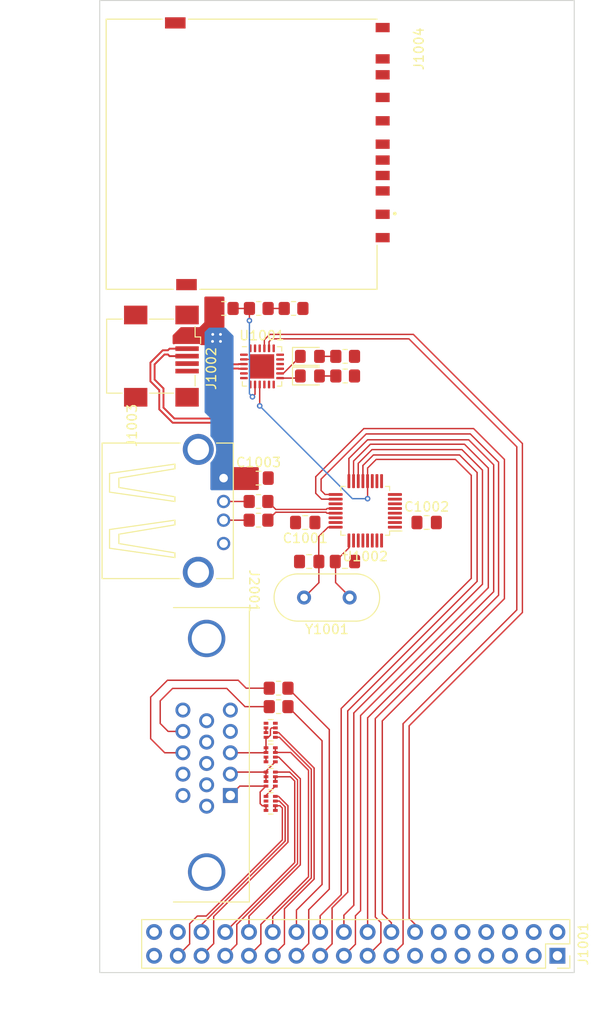
<source format=kicad_pcb>
(kicad_pcb (version 20211014) (generator pcbnew)
  (layers (0 "F.Cu" signal) (31 "B.Cu" signal) (34 "B.Paste" user) (35 "F.Paste" user) (36 "B.SilkS" user "B.Silkscreen") (37 "F.SilkS" user "F.Silkscreen") (38 "B.Mask" user) (39 "F.Mask" user) (44 "Edge.Cuts" user))
  (net 0 "")
  (net 1 "GND")
  (net 6 "/SPI_MOSI")
  (net 7 "+3V3")
  (net 8 "/SPI_CLK")
  (net 9 "/SPI_MISO")
  (net 10 "/video/VGA_RED")
  (net 11 "/video/VGA_GREEN")
  (net 12 "/video/VGA_BLUE")
  (net 17 "Net-(J2001-Pad13)")
  (net 18 "Net-(J2001-Pad14)")
  (net 20 "+5V")
  (net 21 "Net-(C1004-Pad1)")
  (net 22 "Net-(C1005-Pad1)")
  (net 25 "Net-(D1001-Pad2)")
  (net 26 "Net-(D1002-Pad2)")
  (net 34 "/SPI_USB_CS")
  (net 44 "Net-(J1003-Pad2)")
  (net 45 "Net-(J1003-Pad3)")
  (net 46 "/SD_D2")
  (net 47 "/SD_D3")
  (net 48 "/SD_CMD")
  (net 49 "/SD_CLK")
  (net 50 "/SD_D0")
  (net 51 "/SD_D1")
  (net 53 "Net-(R1001-Pad2)")
  (net 54 "Net-(R1002-Pad2)")
  (net 55 "/~{RESET}")
  (net 56 "/USB_GPX")
  (net 57 "/USB_INT")
  (net 72 "/UART_TX")
  (net 73 "/UART_RX")
  (net 74 "Net-(RN2001-Pad5)")
  (net 75 "Net-(RN2003-Pad7)")
  (net 76 "Net-(RN2004-Pad6)")
  (net 77 "/USBB_DN")
  (net 78 "/USBB_DP")
  (net 87 "Net-(R1006-Pad1)")
  (net 88 "Net-(R1007-Pad2)")
  (net 89 "/TX_LED")
  (net 90 "/RX_LED")
  (net 91 "/VGA_HS")
  (net 92 "/VGA_BLUE_0")
  (net 93 "/VGA_VS")
  (net 94 "/VGA_BLUE_1")
  (net 95 "/VGA_BLUE_2")
  (net 96 "/VGA_GREEN_0")
  (net 97 "/VGA_GREEN_1")
  (net 98 "/VGA_GREEN_2")
  (net 99 "/VGA_RED_0")
  (net 100 "/VGA_RED_1")
  (net 101 "/VGA_RED_2")
  (footprint "Resistor_SMD:R_0805_2012Metric_Pad1.20x1.40mm_HandSolder" (layer "F.Cu") (at 180.15 121.075 180)
    (fp_text reference "R2001" hide)
    (fp_text value "120")
  )
  (footprint "Resistor_SMD:R_Array_Concave_4x0402" (layer "F.Cu") (at 179.3 128.2 180)
    (fp_text reference "RN2003" hide)
    (fp_text value "1k")
  )
  (footprint "Crystal:Crystal_HC49-U_Vertical" (layer "F.Cu") (at 182.875 111.375)
    (fp_text reference "Y1001")
    (fp_text value "12MHz")
  )
  (footprint "Capacitor_SMD:C_0805_2012Metric_Pad1.18x1.45mm_HandSolder" (layer "F.Cu") (at 183.425 107.525 180)
    (fp_text reference "C1004" hide)
    (fp_text value "C")
  )
  (footprint "Connector_Dsub:ICD15S13E4GX00LF" (layer "F.Cu") (at 172.4455 115.754 -90)
    (fp_text reference "J2001")
    (fp_text value "VGA")
  )
  (footprint "Resistor_SMD:R_0805_2012Metric_Pad1.20x1.40mm_HandSolder" (layer "F.Cu") (at 187.275 87.675 180)
    (fp_text reference "R1005" hide)
    (fp_text value "1k")
  )
  (footprint "Resistor_SMD:R_0805_2012Metric_Pad1.20x1.40mm_HandSolder" (layer "F.Cu") (at 181.75 80.45)
    (fp_text reference "R1003" hide)
    (fp_text value "10k")
  )
  (footprint "Package_DFN_QFN:QFN-24-1EP_4x4mm_P0.5mm_EP2.6x2.6mm" (layer "F.Cu") (at 178.375 86.65)
    (fp_text reference "U1001")
    (fp_text value "CP2102N-Axx-xQFN24")
  )
  (footprint "Resistor_SMD:R_0805_2012Metric_Pad1.20x1.40mm_HandSolder" (layer "F.Cu") (at 180.15 123.05 180)
    (fp_text reference "R2002" hide)
    (fp_text value "120")
  )
  (footprint "Connector_USB:USB_Mini-B_Wuerth_65100516121_Horizontal" (layer "F.Cu") (at 167.75 85.55 -90)
    (fp_text reference "J1002")
    (fp_text value "USB_B_Mini")
  )
  (footprint "Resistor_SMD:R_Array_Concave_4x0402" (layer "F.Cu") (at 179.3 133.4 180)
    (fp_text reference "RN2001" hide)
    (fp_text value "1k")
  )
  (footprint "Resistor_SMD:R_0805_2012Metric_Pad1.20x1.40mm_HandSolder" (layer "F.Cu") (at 178.025 80.45)
    (fp_text reference "R1002" hide)
    (fp_text value "10k")
  )
  (footprint "Capacitor_SMD:C_0805_2012Metric_Pad1.18x1.45mm_HandSolder" (layer "F.Cu") (at 187.25 107.525)
    (fp_text reference "C1005" hide)
    (fp_text value "C")
  )
  (footprint "LED_SMD:LED_0805_2012Metric_Pad1.15x1.40mm_HandSolder" (layer "F.Cu") (at 183.5 85.575)
    (fp_text reference "D1001" hide)
    (fp_text value "RED")
  )
  (footprint "Resistor_SMD:R_Array_Concave_4x0402" (layer "F.Cu") (at 179.3 130.8 180)
    (fp_text reference "RN2002" hide)
    (fp_text value "1k")
  )
  (footprint "Resistor_SMD:R_0805_2012Metric_Pad1.20x1.40mm_HandSolder" (layer "F.Cu") (at 178 101.1 180)
    (fp_text reference "R1006" hide)
    (fp_text value "33")
  )
  (footprint "Resistor_SMD:R_Array_Concave_4x0402" (layer "F.Cu") (at 179.3 125.575 180)
    (fp_text reference "RN2004" hide)
    (fp_text value "1k")
  )
  (footprint "Capacitor_SMD:C_0805_2012Metric_Pad1.18x1.45mm_HandSolder" (layer "F.Cu") (at 196 103.35)
    (fp_text reference "C1002")
    (fp_text value "0.1u")
  )
  (footprint "Connector_Card:AMPHENOL_10067847-001RLF" (layer "F.Cu") (at 166.9875 63.5 -90)
    (fp_text reference "J1004")
    (fp_text value "10067847-001RLF")
  )
  (footprint "Connector_USB:FCI_87520-0010BLF" (layer "F.Cu") (at 171.55 102.1 -90)
    (fp_text reference "J1003")
    (fp_text value "USB_A")
  )
  (footprint "LED_SMD:LED_0805_2012Metric_Pad1.15x1.40mm_HandSolder" (layer "F.Cu") (at 183.5 87.675)
    (fp_text reference "D1002" hide)
    (fp_text value "GRN")
  )
  (footprint "Package_QFP:LQFP-32_5x5mm_P0.5mm" (layer "F.Cu") (at 189.425 102.1 180)
    (fp_text reference "U1002")
    (fp_text value "MAX3421E")
  )
  (footprint "Resistor_SMD:R_0805_2012Metric_Pad1.20x1.40mm_HandSolder" (layer "F.Cu") (at 174.275 80.45)
    (fp_text reference "R1001" hide)
    (fp_text value "10k")
  )
  (footprint "Resistor_SMD:R_0805_2012Metric_Pad1.20x1.40mm_HandSolder" (layer "F.Cu") (at 178 103.1)
    (fp_text reference "R1007" hide)
    (fp_text value "33")
  )
  (footprint "Capacitor_SMD:C_0805_2012Metric_Pad1.18x1.45mm_HandSolder" (layer "F.Cu") (at 178 98.6)
    (fp_text reference "C1003")
    (fp_text value "4.7u")
  )
  (footprint "Connector_PinSocket_2.54mm:PinSocket_2x18_P2.54mm_Vertical" (layer "F.Cu") (at 210 149.7 -90)
    (fp_text reference "J1001")
    (fp_text value "Conn_02x18_Odd_Even")
  )
  (footprint "Capacitor_SMD:C_0805_2012Metric_Pad1.18x1.45mm_HandSolder" (layer "F.Cu") (at 183 103.35 180)
    (fp_text reference "C1001")
    (fp_text value "1u")
  )
  (footprint "Resistor_SMD:R_0805_2012Metric_Pad1.20x1.40mm_HandSolder" (layer "F.Cu") (at 187.275 85.575 180)
    (fp_text reference "R1004" hide)
    (fp_text value "1k")
  )
  (gr_rect locked (start 161 151.5) (end 211.8 47.5) (layer "Edge.Cuts") (width 0.1) (fill none))
  (segment (start 177.625 85.9) (end 178.375 86.65) (width 0.15) (layer "F.Cu") (net 1))
  (segment (start 176.4375 85.9) (end 177.625 85.9) (width 0.15) (layer "F.Cu") (net 1))
  (segment (start 203.175 97.175) (end 200.5 94.5) (width 0.15) (layer "F.Cu") (net 6))
  (segment (start 200.5 94.5) (end 189.675 94.5) (width 0.15) (layer "F.Cu") (net 6))
  (segment (start 203.175 110.75) (end 203.175 97.175) (width 0.15) (layer "F.Cu") (net 6))
  (segment (start 189.68 124.245) (end 203.175 110.75) (width 0.15) (layer "F.Cu") (net 6))
  (segment (start 189.675 94.5) (end 187.675 96.5) (width 0.15) (layer "F.Cu") (net 6))
  (segment (start 187.675 96.5) (end 187.675 98.925) (width 0.15) (layer "F.Cu") (net 6))
  (segment (start 189.68 147.16) (end 189.68 124.245) (width 0.15) (layer "F.Cu") (net 6))
  (segment (start 201.4 109.649264) (end 187.55 123.499264) (width 0.15) (layer "F.Cu") (net 8))
  (segment (start 187.55 142.899264) (end 185.875 144.574264) (width 0.15) (layer "F.Cu") (net 8))
  (segment (start 185.875 148.425) (end 184.6 149.7) (width 0.15) (layer "F.Cu") (net 8))
  (segment (start 189.175 97.25) (end 190.3 96.125) (width 0.15) (layer "F.Cu") (net 8))
  (segment (start 201.4 98) (end 201.4 109.649264) (width 0.15) (layer "F.Cu") (net 8))
  (segment (start 190.3 96.125) (end 199.525 96.125) (width 0.15) (layer "F.Cu") (net 8))
  (segment (start 185.875 144.574264) (end 185.875 148.425) (width 0.15) (layer "F.Cu") (net 8))
  (segment (start 189.175 98.925) (end 189.175 97.25) (width 0.15) (layer "F.Cu") (net 8))
  (segment (start 199.525 96.125) (end 201.4 98) (width 0.15) (layer "F.Cu") (net 8))
  (segment (start 187.55 123.499264) (end 187.55 142.899264) (width 0.15) (layer "F.Cu") (net 8))
  (segment (start 200.05 94.975) (end 202.6 97.525) (width 0.15) (layer "F.Cu") (net 9))
  (segment (start 188.175 96.775) (end 189.975 94.975) (width 0.15) (layer "F.Cu") (net 9))
  (segment (start 188.375 148.465) (end 187.14 149.7) (width 0.15) (layer "F.Cu") (net 9))
  (segment (start 188.375 145.425) (end 188.375 148.465) (width 0.15) (layer "F.Cu") (net 9))
  (segment (start 202.6 97.525) (end 202.6 110.325) (width 0.15) (layer "F.Cu") (net 9))
  (segment (start 188.925 124) (end 188.925 144.875) (width 0.15) (layer "F.Cu") (net 9))
  (segment (start 202.6 110.325) (end 188.925 124) (width 0.15) (layer "F.Cu") (net 9))
  (segment (start 189.975 94.975) (end 200.05 94.975) (width 0.15) (layer "F.Cu") (net 9))
  (segment (start 188.175 98.925) (end 188.175 96.775) (width 0.15) (layer "F.Cu") (net 9))
  (segment (start 188.925 144.875) (end 188.375 145.425) (width 0.15) (layer "F.Cu") (net 9))
  (segment (start 178.8 133.65) (end 178.4 133.65) (width 0.15) (layer "F.Cu") (net 10))
  (segment (start 178.8 131.55) (end 175.9895 131.55) (width 0.15) (layer "F.Cu") (net 10))
  (segment (start 178.4 133.65) (end 178.175 133.425) (width 0.15) (layer "F.Cu") (net 10))
  (segment (start 178.175 132.175) (end 178.8 131.55) (width 0.15) (layer "F.Cu") (net 10))
  (segment (start 178.8 134.15) (end 178.8 133.65) (width 0.15) (layer "F.Cu") (net 10))
  (segment (start 178.175 133.425) (end 178.175 132.175) (width 0.15) (layer "F.Cu") (net 10))
  (segment (start 175.9895 131.55) (end 174.9855 132.554) (width 0.15) (layer "F.Cu") (net 10))
  (segment (start 178.8 130.05) (end 178.8 129.95) (width 0.15) (layer "F.Cu") (net 11))
  (segment (start 174.9855 130.269) (end 175.2045 130.05) (width 0.15) (layer "F.Cu") (net 11))
  (segment (start 175.2045 130.05) (end 178.8 130.05) (width 0.15) (layer "F.Cu") (net 11))
  (segment (start 178.8 131.05) (end 178.8 130.05) (width 0.15) (layer "F.Cu") (net 11))
  (segment (start 178.8 129.95) (end 179.8 128.95) (width 0.15) (layer "F.Cu") (net 11))
  (segment (start 174.9855 127.984) (end 178.766 127.984) (width 0.15) (layer "F.Cu") (net 12))
  (segment (start 178.766 127.984) (end 178.8 127.95) (width 0.15) (layer "F.Cu") (net 12))
  (segment (start 179.8 125.325) (end 179.4 125.325) (width 0.15) (layer "F.Cu") (net 12))
  (segment (start 179.275 126.1) (end 179.05 126.325) (width 0.15) (layer "F.Cu") (net 12))
  (segment (start 179.4 125.325) (end 179.275 125.45) (width 0.15) (layer "F.Cu") (net 12))
  (segment (start 178.8 127.95) (end 178.8 126.325) (width 0.15) (layer "F.Cu") (net 12))
  (segment (start 179.275 125.45) (end 179.275 126.1) (width 0.15) (layer "F.Cu") (net 12))
  (segment (start 179.05 126.325) (end 178.8 126.325) (width 0.15) (layer "F.Cu") (net 12))
  (segment (start 166.45 122.025) (end 168.25 120.225) (width 0.15) (layer "F.Cu") (net 17))
  (segment (start 166.45 126.475) (end 166.45 122.025) (width 0.15) (layer "F.Cu") (net 17))
  (segment (start 167.959 127.984) (end 166.45 126.475) (width 0.15) (layer "F.Cu") (net 17))
  (segment (start 176.675 121.075) (end 179.15 121.075) (width 0.15) (layer "F.Cu") (net 17))
  (segment (start 168.25 120.225) (end 175.825 120.225) (width 0.15) (layer "F.Cu") (net 17))
  (segment (start 175.825 120.225) (end 176.675 121.075) (width 0.15) (layer "F.Cu") (net 17))
  (segment (start 169.9055 127.984) (end 167.959 127.984) (width 0.15) (layer "F.Cu") (net 17))
  (segment (start 174.6 121.1) (end 176.55 123.05) (width 0.15) (layer "F.Cu") (net 18))
  (segment (start 168.8 121.1) (end 174.6 121.1) (width 0.15) (layer "F.Cu") (net 18))
  (segment (start 167.475 122.425) (end 168.8 121.1) (width 0.15) (layer "F.Cu") (net 18))
  (segment (start 176.55 123.05) (end 179.15 123.05) (width 0.15) (layer "F.Cu") (net 18))
  (segment (start 169.9055 125.699) (end 168.324 125.699) (width 0.15) (layer "F.Cu") (net 18))
  (segment (start 168.324 125.699) (end 167.475 124.85) (width 0.15) (layer "F.Cu") (net 18))
  (segment (start 167.475 124.85) (end 167.475 122.425) (width 0.15) (layer "F.Cu") (net 18))
  (via (at 173.1 83.225) (size 0.6) (drill 0.3) (layers "F.Cu" "B.Cu") (net 20))
  (via (at 173.925 83.975) (size 0.6) (drill 0.3) (layers "F.Cu" "B.Cu") (net 20))
  (via (at 173.925 83.225) (size 0.6) (drill 0.3) (layers "F.Cu" "B.Cu") (net 20))
  (via (at 173.075 83.975) (size 0.6) (drill 0.3) (layers "F.Cu" "B.Cu") (net 20))
  (segment (start 184.45 104.85) (end 185.45 103.85) (width 0.15) (layer "F.Cu") (net 21))
  (segment (start 184.4625 107.525) (end 184.45 107.5125) (width 0.15) (layer "F.Cu") (net 21))
  (segment (start 182.875 111.375) (end 184.4625 109.7875) (width 0.15) (layer "F.Cu") (net 21))
  (segment (start 185.45 103.85) (end 186.25 103.85) (width 0.15) (layer "F.Cu") (net 21))
  (segment (start 184.4625 109.7875) (end 184.4625 107.525) (width 0.15) (layer "F.Cu") (net 21))
  (segment (start 184.45 107.5125) (end 184.45 104.85) (width 0.15) (layer "F.Cu") (net 21))
  (segment (start 186.25 109.775) (end 186.25 107.5625) (width 0.15) (layer "F.Cu") (net 22))
  (segment (start 187.755 111.375) (end 187.755 111.28) (width 0.15) (layer "F.Cu") (net 22))
  (segment (start 187.675 106.0625) (end 187.675 105.275) (width 0.15) (layer "F.Cu") (net 22))
  (segment (start 186.25 107.5625) (end 186.2125 107.525) (width 0.15) (layer "F.Cu") (net 22))
  (segment (start 186.2125 107.525) (end 187.675 106.0625) (width 0.15) (layer "F.Cu") (net 22))
  (segment (start 187.755 111.28) (end 186.25 109.775) (width 0.15) (layer "F.Cu") (net 22))
  (segment (start 184.525 85.575) (end 186.275 85.575) (width 0.15) (layer "F.Cu") (net 25))
  (segment (start 184.525 87.675) (end 186.275 87.675) (width 0.15) (layer "F.Cu") (net 26))
  (segment (start 188.675 97.025) (end 190.15 95.55) (width 0.15) (layer "F.Cu") (net 34))
  (segment (start 187.14 145.36) (end 187.14 147.16) (width 0.15) (layer "F.Cu") (net 34))
  (segment (start 188.675 98.925) (end 188.675 97.025) (width 0.15) (layer "F.Cu") (net 34))
  (segment (start 201.975 97.75) (end 201.975 109.95) (width 0.15) (layer "F.Cu") (net 34))
  (segment (start 201.975 109.95) (end 188.2 123.725) (width 0.15) (layer "F.Cu") (net 34))
  (segment (start 199.775 95.55) (end 201.975 97.75) (width 0.15) (layer "F.Cu") (net 34))
  (segment (start 188.2 144.3) (end 187.14 145.36) (width 0.15) (layer "F.Cu") (net 34))
  (segment (start 190.15 95.55) (end 199.775 95.55) (width 0.15) (layer "F.Cu") (net 34))
  (segment (start 188.2 123.725) (end 188.2 144.3) (width 0.15) (layer "F.Cu") (net 34))
  (segment (start 177 101.1) (end 174.26 101.1) (width 0.15) (layer "F.Cu") (net 44))
  (segment (start 174.26 103.1) (end 177 103.1) (width 0.15) (layer "F.Cu") (net 45))
  (segment (start 177.625 89.625) (end 177.625 88.5875) (width 0.15) (layer "F.Cu") (net 53))
  (segment (start 177.025 80.45) (end 177.025 81.75) (width 0.15) (layer "F.Cu") (net 53))
  (segment (start 177.35 89.9) (end 177.625 89.625) (width 0.15) (layer "F.Cu") (net 53))
  (segment (start 175.275 80.45) (end 177.025 80.45) (width 0.15) (layer "F.Cu") (net 53))
  (via (at 177.35 89.9) (size 0.6) (drill 0.3) (layers "F.Cu" "B.Cu") (net 53))
  (via (at 177.025 81.75) (size 0.6) (drill 0.3) (layers "F.Cu" "B.Cu") (net 53))
  (segment (start 177.35 89.9) (end 177.025 89.575) (width 0.15) (layer "B.Cu") (net 53))
  (segment (start 177.025 89.575) (end 177.025 81.75) (width 0.15) (layer "B.Cu") (net 53))
  (segment (start 179.025 80.45) (end 180.75 80.45) (width 0.15) (layer "F.Cu") (net 54))
  (segment (start 186.85 123.25) (end 186.85 143.175) (width 0.15) (layer "F.Cu") (net 55))
  (segment (start 200.775 109.325) (end 186.85 123.25) (width 0.15) (layer "F.Cu") (net 55))
  (segment (start 178.125 90.85) (end 178.125 88.5875) (width 0.15) (layer "F.Cu") (net 55))
  (segment (start 190.6 96.6) (end 199.075 96.6) (width 0.15) (layer "F.Cu") (net 55))
  (segment (start 189.675 98.925) (end 189.675 97.525) (width 0.15) (layer "F.Cu") (net 55))
  (segment (start 199.075 96.6) (end 200.775 98.3) (width 0.15) (layer "F.Cu") (net 55))
  (segment (start 186.85 143.175) (end 184.6 145.425) (width 0.15) (layer "F.Cu") (net 55))
  (segment (start 178.125 90.85) (end 178.125 90.875) (width 0.15) (layer "F.Cu") (net 55))
  (segment (start 200.775 98.3) (end 200.775 109.325) (width 0.15) (layer "F.Cu") (net 55))
  (segment (start 189.675 97.525) (end 190.6 96.6) (width 0.15) (layer "F.Cu") (net 55))
  (segment (start 184.6 145.425) (end 184.6 147.16) (width 0.15) (layer "F.Cu") (net 55))
  (segment (start 189.675 100.8) (end 189.675 98.925) (width 0.15) (layer "F.Cu") (net 55))
  (via (at 178.125 90.875) (size 0.6) (drill 0.3) (layers "F.Cu" "B.Cu") (net 55))
  (via (at 189.675 100.8) (size 0.6) (drill 0.3) (layers "F.Cu" "B.Cu") (net 55))
  (segment (start 178.125 90.875) (end 188.05 100.8) (width 0.15) (layer "B.Cu") (net 55))
  (segment (start 188.05 100.8) (end 189.675 100.8) (width 0.15) (layer "B.Cu") (net 55))
  (segment (start 203.7 111.125) (end 190.5 124.325) (width 0.15) (layer "F.Cu") (net 56))
  (segment (start 186.25 100.35) (end 185.125 100.35) (width 0.15) (layer "F.Cu") (net 56))
  (segment (start 200.675 93.875) (end 203.7 96.9) (width 0.15) (layer "F.Cu") (net 56))
  (segment (start 185.125 100.35) (end 184.7 99.925) (width 0.15) (layer "F.Cu") (net 56))
  (segment (start 184.7 98.7) (end 189.525 93.875) (width 0.15) (layer "F.Cu") (net 56))
  (segment (start 203.7 96.9) (end 203.7 111.125) (width 0.15) (layer "F.Cu") (net 56))
  (segment (start 189.525 93.875) (end 200.675 93.875) (width 0.15) (layer "F.Cu") (net 56))
  (segment (start 190.5 145.55) (end 191.1 146.15) (width 0.15) (layer "F.Cu") (net 56))
  (segment (start 191.1 146.15) (end 191.1 148.28) (width 0.15) (layer "F.Cu") (net 56))
  (segment (start 190.5 124.325) (end 190.5 145.55) (width 0.15) (layer "F.Cu") (net 56))
  (segment (start 184.7 99.925) (end 184.7 98.7) (width 0.15) (layer "F.Cu") (net 56))
  (segment (start 191.1 148.28) (end 189.68 149.7) (width 0.15) (layer "F.Cu") (net 56))
  (segment (start 191.25 145.2) (end 191.25 124.575) (width 0.15) (layer "F.Cu") (net 57))
  (segment (start 189.275 93.3) (end 184.125 98.45) (width 0.15) (layer "F.Cu") (net 57))
  (segment (start 184.75 100.85) (end 186.25 100.85) (width 0.15) (layer "F.Cu") (net 57))
  (segment (start 204.325 96.6) (end 201.025 93.3) (width 0.15) (layer "F.Cu") (net 57))
  (segment (start 192.22 147.16) (end 192.22 146.17) (width 0.15) (layer "F.Cu") (net 57))
  (segment (start 204.325 111.5) (end 204.325 96.6) (width 0.15) (layer "F.Cu") (net 57))
  (segment (start 184.125 100.225) (end 184.75 100.85) (width 0.15) (layer "F.Cu") (net 57))
  (segment (start 184.125 98.45) (end 184.125 100.225) (width 0.15) (layer "F.Cu") (net 57))
  (segment (start 191.25 124.575) (end 204.325 111.5) (width 0.15) (layer "F.Cu") (net 57))
  (segment (start 201.025 93.3) (end 189.275 93.3) (width 0.15) (layer "F.Cu") (net 57))
  (segment (start 192.22 146.17) (end 191.25 145.2) (width 0.15) (layer "F.Cu") (net 57))
  (segment (start 205.65 95.25) (end 205.65 112.7) (width 0.15) (layer "F.Cu") (net 72))
  (segment (start 179.125 84.7125) (end 179.125 84) (width 0.15) (layer "F.Cu") (net 72))
  (segment (start 193.475 148.445) (end 192.22 149.7) (width 0.15) (layer "F.Cu") (net 72))
  (segment (start 194.1 83.7) (end 205.65 95.25) (width 0.15) (layer "F.Cu") (net 72))
  (segment (start 179.125 84) (end 179.425 83.7) (width 0.15) (layer "F.Cu") (net 72))
  (segment (start 205.65 112.7) (end 193.475 124.875) (width 0.15) (layer "F.Cu") (net 72))
  (segment (start 193.475 124.875) (end 193.475 148.445) (width 0.15) (layer "F.Cu") (net 72))
  (segment (start 179.425 83.7) (end 194.1 83.7) (width 0.15) (layer "F.Cu") (net 72))
  (segment (start 194.125 125.1) (end 206.25 112.975) (width 0.15) (layer "F.Cu") (net 73))
  (segment (start 194.125 145.7) (end 194.125 125.1) (width 0.15) (layer "F.Cu") (net 73))
  (segment (start 206.25 94.9) (end 194.575 83.225) (width 0.15) (layer "F.Cu") (net 73))
  (segment (start 194.76 146.335) (end 194.125 145.7) (width 0.15) (layer "F.Cu") (net 73))
  (segment (start 194.76 147.16) (end 194.76 146.335) (width 0.15) (layer "F.Cu") (net 73))
  (segment (start 178.625 83.8) (end 178.625 84.7125) (width 0.15) (layer "F.Cu") (net 73))
  (segment (start 194.575 83.225) (end 179.2 83.225) (width 0.15) (layer "F.Cu") (net 73))
  (segment (start 206.25 112.975) (end 206.25 94.9) (width 0.15) (layer "F.Cu") (net 73))
  (segment (start 179.2 83.225) (end 178.625 83.8) (width 0.15) (layer "F.Cu") (net 73))
  (segment (start 178.8 132.55) (end 179.8 131.55) (width 0.15) (layer "F.Cu") (net 74))
  (segment (start 178.8 132.65) (end 178.8 132.55) (width 0.15) (layer "F.Cu") (net 74))
  (segment (start 178.8 128.95) (end 178.8 128.45) (width 0.15) (layer "F.Cu") (net 75))
  (segment (start 178.8 125.825) (end 178.8 125.325) (width 0.15) (layer "F.Cu") (net 76))
  (segment (start 175.874999 86.9) (end 176.55 86.9) (width 0.2) (layer "F.Cu") (net 77))
  (segment (start 166.425 86.244263) (end 166.425 88.2432) (width 0.2) (layer "F.Cu") (net 77))
  (segment (start 167.375 89.1932) (end 167.375 91.2432) (width 0.2) (layer "F.Cu") (net 77))
  (segment (start 174.425 91.3432) (end 174.425 87.3932) (width 0.2) (layer "F.Cu") (net 77))
  (segment (start 174.9432 86.875) (end 175.849999 86.875) (width 0.2) (layer "F.Cu") (net 77))
  (segment (start 167.375 91.2432) (end 168.8068 92.675) (width 0.2) (layer "F.Cu") (net 77))
  (segment (start 168.474999 84.75) (end 168.299999 84.925) (width 0.2) (layer "F.Cu") (net 77))
  (segment (start 174.425 87.3932) (end 174.9432 86.875) (width 0.2) (layer "F.Cu") (net 77))
  (segment (start 173.0932 92.675) (end 174.425 91.3432) (width 0.2) (layer "F.Cu") (net 77))
  (segment (start 175.849999 86.875) (end 175.874999 86.9) (width 0.2) (layer "F.Cu") (net 77))
  (segment (start 166.425 88.2432) (end 167.375 89.1932) (width 0.2) (layer "F.Cu") (net 77))
  (segment (start 168.299999 84.925) (end 167.744263 84.925) (width 0.2) (layer "F.Cu") (net 77))
  (segment (start 170.35 84.75) (end 168.474999 84.75) (width 0.2) (layer "F.Cu") (net 77))
  (segment (start 168.8068 92.675) (end 173.0932 92.675) (width 0.2) (layer "F.Cu") (net 77))
  (segment (start 167.744263 84.925) (end 166.425 86.244263) (width 0.2) (layer "F.Cu") (net 77))
  (segment (start 175.849999 86.425) (end 175.874999 86.4) (width 0.2) (layer "F.Cu") (net 78))
  (segment (start 174.7568 86.425) (end 175.849999 86.425) (width 0.2) (layer "F.Cu") (net 78))
  (segment (start 168.9932 92.225) (end 172.9068 92.225) (width 0.2) (layer "F.Cu") (net 78))
  (segment (start 172.9068 92.225) (end 173.975 91.1568) (width 0.2) (layer "F.Cu") (net 78))
  (segment (start 167.930663 85.375) (end 166.875 86.430663) (width 0.2) (layer "F.Cu") (net 78))
  (segment (start 166.875 88.0568) (end 167.825 89.0068) (width 0.2) (layer "F.Cu") (net 78))
  (segment (start 167.825 89.0068) (end 167.825 91.0568) (width 0.2) (layer "F.Cu") (net 78))
  (segment (start 168.299999 85.375) (end 167.930663 85.375) (width 0.2) (layer "F.Cu") (net 78))
  (segment (start 173.975 87.2068) (end 174.7568 86.425) (width 0.2) (layer "F.Cu") (net 78))
  (segment (start 168.474999 85.55) (end 168.299999 85.375) (width 0.2) (layer "F.Cu") (net 78))
  (segment (start 170.35 85.55) (end 168.474999 85.55) (width 0.2) (layer "F.Cu") (net 78))
  (segment (start 166.875 86.430663) (end 166.875 88.0568) (width 0.2) (layer "F.Cu") (net 78))
  (segment (start 167.825 91.0568) (end 168.9932 92.225) (width 0.2) (layer "F.Cu") (net 78))
  (segment (start 173.975 91.1568) (end 173.975 87.2068) (width 0.2) (layer "F.Cu") (net 78))
  (segment (start 175.874999 86.4) (end 176.55 86.4) (width 0.2) (layer "F.Cu") (net 78))
  (segment (start 179 101.1) (end 179.85 101.95) (width 0.15) (layer "F.Cu") (net 87))
  (segment (start 179.85 101.95) (end 185.25 101.95) (width 0.15) (layer "F.Cu") (net 87))
  (segment (start 185.35 101.85) (end 186.25 101.85) (width 0.15) (layer "F.Cu") (net 87))
  (segment (start 185.25 101.95) (end 185.35 101.85) (width 0.15) (layer "F.Cu") (net 87))
  (segment (start 179 103.1) (end 179.85 102.25) (width 0.15) (layer "F.Cu") (net 88))
  (segment (start 185.325 102.35) (end 186.25 102.35) (width 0.15) (layer "F.Cu") (net 88))
  (segment (start 179.85 102.25) (end 185.225 102.25) (width 0.15) (layer "F.Cu") (net 88))
  (segment (start 185.225 102.25) (end 185.325 102.35) (width 0.15) (layer "F.Cu") (net 88))
  (segment (start 180.65 87.4) (end 182.475 85.575) (width 0.15) (layer "F.Cu") (net 89))
  (segment (start 180.3125 87.4) (end 180.65 87.4) (width 0.15) (layer "F.Cu") (net 89))
  (segment (start 180.3125 87.9) (end 182.25 87.9) (width 0.15) (layer "F.Cu") (net 90))
  (segment (start 182.25 87.9) (end 182.475 87.675) (width 0.15) (layer "F.Cu") (net 90))
  (segment (start 185.575 142.575) (end 185.575 125.5) (width 0.15) (layer "F.Cu") (net 91))
  (segment (start 183.375 144.775) (end 185.575 142.575) (width 0.15) (layer "F.Cu") (net 91))
  (segment (start 183.375 148.385) (end 183.375 144.775) (width 0.15) (layer "F.Cu") (net 91))
  (segment (start 182.06 149.7) (end 183.375 148.385) (width 0.15) (layer "F.Cu") (net 91))
  (segment (start 185.575 125.5) (end 181.15 121.075) (width 0.15) (layer "F.Cu") (net 91))
  (segment (start 180.16 125.825) (end 179.8 125.825) (width 0.15) (layer "F.Cu") (net 92))
  (segment (start 183.95 129.615) (end 180.16 125.825) (width 0.15) (layer "F.Cu") (net 92))
  (segment (start 179.52 149.7) (end 180.774264 148.445736) (width 0.15) (layer "F.Cu") (net 92))
  (segment (start 183.95 141.498528) (end 183.95 129.615) (width 0.15) (layer "F.Cu") (net 92))
  (segment (start 180.774264 148.445736) (end 180.774264 144.674264) (width 0.15) (layer "F.Cu") (net 92))
  (segment (start 180.774264 144.674264) (end 183.95 141.498528) (width 0.15) (layer "F.Cu") (net 92))
  (segment (start 182.06 144.815) (end 184.8 142.075) (width 0.15) (layer "F.Cu") (net 93))
  (segment (start 182.06 147.16) (end 182.06 144.815) (width 0.15) (layer "F.Cu") (net 93))
  (segment (start 184.8 126.7) (end 181.15 123.05) (width 0.15) (layer "F.Cu") (net 93))
  (segment (start 184.8 142.075) (end 184.8 126.7) (width 0.15) (layer "F.Cu") (net 93))
  (segment (start 179.52 145.504264) (end 183.65 141.374264) (width 0.15) (layer "F.Cu") (net 94))
  (segment (start 179.52 147.16) (end 179.52 145.504264) (width 0.15) (layer "F.Cu") (net 94))
  (segment (start 180.235736 126.325) (end 179.8 126.325) (width 0.15) (layer "F.Cu") (net 94))
  (segment (start 183.65 129.739264) (end 180.235736 126.325) (width 0.15) (layer "F.Cu") (net 94))
  (segment (start 183.65 141.374264) (end 183.65 129.739264) (width 0.15) (layer "F.Cu") (net 94))
  (segment (start 183.35 141.25) (end 183.35 129.863528) (width 0.15) (layer "F.Cu") (net 95))
  (segment (start 178.25 148.43) (end 178.25 146.35) (width 0.15) (layer "F.Cu") (net 95))
  (segment (start 179.8 127.95) (end 179.8 127.45) (width 0.15) (layer "F.Cu") (net 95))
  (segment (start 181.436472 127.95) (end 179.8 127.95) (width 0.15) (layer "F.Cu") (net 95))
  (segment (start 183.35 129.863528) (end 181.436472 127.95) (width 0.15) (layer "F.Cu") (net 95))
  (segment (start 176.98 149.7) (end 178.25 148.43) (width 0.15) (layer "F.Cu") (net 95))
  (segment (start 178.25 146.35) (end 183.35 141.25) (width 0.15) (layer "F.Cu") (net 95))
  (segment (start 176.98 145.468528) (end 182.475 139.973528) (width 0.15) (layer "F.Cu") (net 96))
  (segment (start 176.98 147.16) (end 176.98 145.468528) (width 0.15) (layer "F.Cu") (net 96))
  (segment (start 182.475 139.973528) (end 182.475 130.765) (width 0.15) (layer "F.Cu") (net 96))
  (segment (start 180.16 128.45) (end 179.8 128.45) (width 0.15) (layer "F.Cu") (net 96))
  (segment (start 182.475 130.765) (end 180.16 128.45) (width 0.15) (layer "F.Cu") (net 96))
  (segment (start 175.675 146.349264) (end 182.175 139.849264) (width 0.15) (layer "F.Cu") (net 97))
  (segment (start 175.675 148.465) (end 175.675 146.349264) (width 0.15) (layer "F.Cu") (net 97))
  (segment (start 182.175 130.889264) (end 181.335736 130.05) (width 0.15) (layer "F.Cu") (net 97))
  (segment (start 181.335736 130.05) (end 179.8 130.05) (width 0.15) (layer "F.Cu") (net 97))
  (segment (start 182.175 139.849264) (end 182.175 130.889264) (width 0.15) (layer "F.Cu") (net 97))
  (segment (start 174.44 149.7) (end 175.675 148.465) (width 0.15) (layer "F.Cu") (net 97))
  (segment (start 181.411472 130.55) (end 179.8 130.55) (width 0.15) (layer "F.Cu") (net 98))
  (segment (start 174.44 147.16) (end 181.875 139.725) (width 0.15) (layer "F.Cu") (net 98))
  (segment (start 181.875 139.725) (end 181.875 131.013528) (width 0.15) (layer "F.Cu") (net 98))
  (segment (start 181.875 131.013528) (end 181.411472 130.55) (width 0.15) (layer "F.Cu") (net 98))
  (segment (start 179.8 131.05) (end 179.8 130.55) (width 0.15) (layer "F.Cu") (net 98))
  (segment (start 173.2 145.498528) (end 181.15 137.548528) (width 0.15) (layer "F.Cu") (net 99))
  (segment (start 181.15 133.651472) (end 180.148528 132.65) (width 0.15) (layer "F.Cu") (net 99))
  (segment (start 181.15 137.548528) (end 181.15 133.651472) (width 0.15) (layer "F.Cu") (net 99))
  (segment (start 173.2 148.4) (end 173.2 145.498528) (width 0.15) (layer "F.Cu") (net 99))
  (segment (start 171.9 149.7) (end 173.2 148.4) (width 0.15) (layer "F.Cu") (net 99))
  (segment (start 180.148528 132.65) (end 179.8 132.65) (width 0.15) (layer "F.Cu") (net 99))
  (segment (start 171.9 147.16) (end 171.9 146.374264) (width 0.15) (layer "F.Cu") (net 100))
  (segment (start 180.224264 133.15) (end 179.8 133.15) (width 0.15) (layer "F.Cu") (net 100))
  (segment (start 171.9 146.374264) (end 180.85 137.424264) (width 0.15) (layer "F.Cu") (net 100))
  (segment (start 180.85 133.775736) (end 180.224264 133.15) (width 0.15) (layer "F.Cu") (net 100))
  (segment (start 180.85 137.424264) (end 180.85 133.775736) (width 0.15) (layer "F.Cu") (net 100))
  (segment (start 179.8 134.15) (end 179.8 133.65) (width 0.15) (layer "F.Cu") (net 101))
  (segment (start 171.45 145.45) (end 172.4 145.45) (width 0.15) (layer "F.Cu") (net 101))
  (segment (start 170.625 146.275) (end 171.45 145.45) (width 0.15) (layer "F.Cu") (net 101))
  (segment (start 169.36 149.7) (end 170.625 148.435) (width 0.15) (layer "F.Cu") (net 101))
  (segment (start 170.625 148.435) (end 170.625 146.275) (width 0.15) (layer "F.Cu") (net 101))
  (segment (start 180.55 137.3) (end 180.55 133.9) (width 0.15) (layer "F.Cu") (net 101))
  (segment (start 180.3 133.65) (end 179.8 133.65) (width 0.15) (layer "F.Cu") (net 101))
  (segment (start 172.4 145.45) (end 180.55 137.3) (width 0.15) (layer "F.Cu") (net 101))
  (segment (start 180.55 133.9) (end 180.3 133.65) (width 0.15) (layer "F.Cu") (net 101))
  (zone (net 20) (net_name "+5V") (layer "F.Cu") (priority 2) (connect_pads yes (clearance 0.25)) (min_thickness 0.254) (fill yes (thermal_gap 0.508) (thermal_bridge_width 0.508))
    (polygon (pts (xy 178.025 99.875) (xy 172.85 99.875) (xy 172.85 97.425) (xy 178.025 97.425)))
  )
  (zone (net 20) (net_name "+5V") (layer "F.Cu") (priority 2) (connect_pads thru_hole_only (clearance 0.25)) (min_thickness 0.254) (fill yes (thermal_gap 0.508) (thermal_bridge_width 0.508))
    (polygon (pts (xy 174.35 84.375) (xy 168.8 84.375) (xy 168.8 83.325) (xy 169.675 82.45) (xy 171.675 82.45) (xy 172.2 81.925) (xy 172.2 79.175) (xy 174.35 79.175)))
  )
  (zone (net 20) (net_name "+5V") (layer "B.Cu") (priority 2) (connect_pads yes (clearance 0.25)) (min_thickness 0.254) (fill yes (thermal_gap 0.508) (thermal_bridge_width 0.508))
    (polygon (pts (xy 175.325 83.375) (xy 175.325 99.9) (xy 172.85 99.9) (xy 172.85 92.2) (xy 172.225 91.575) (xy 172.225 82.975) (xy 172.7 82.5) (xy 174.45 82.5)))
  )
)
</source>
